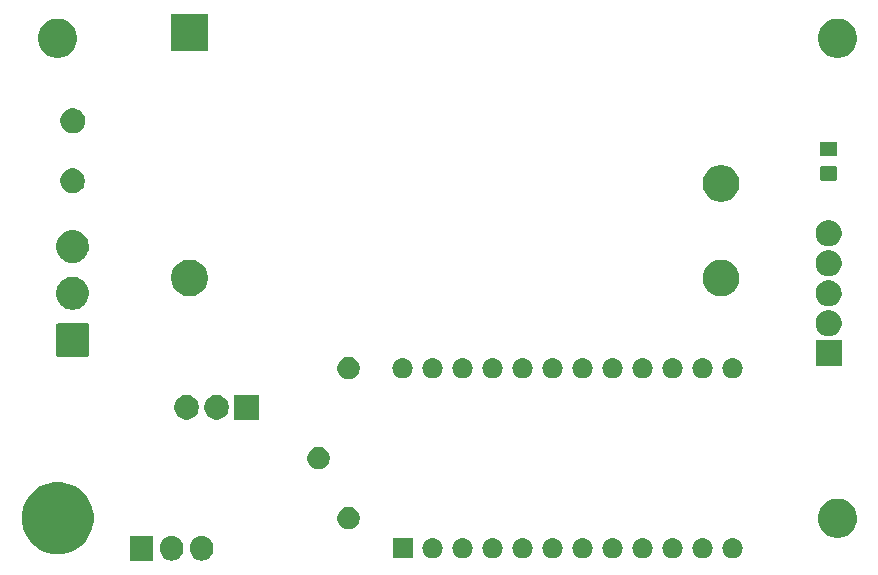
<source format=gbr>
G04 #@! TF.GenerationSoftware,KiCad,Pcbnew,(5.0.2)-1*
G04 #@! TF.CreationDate,2019-02-12T20:31:54-06:00*
G04 #@! TF.ProjectId,Nixie-PSU,4e697869-652d-4505-9355-2e6b69636164,rev?*
G04 #@! TF.SameCoordinates,Original*
G04 #@! TF.FileFunction,Soldermask,Top*
G04 #@! TF.FilePolarity,Negative*
%FSLAX46Y46*%
G04 Gerber Fmt 4.6, Leading zero omitted, Abs format (unit mm)*
G04 Created by KiCad (PCBNEW (5.0.2)-1) date 2/12/2019 8:31:54 PM*
%MOMM*%
%LPD*%
G01*
G04 APERTURE LIST*
%ADD10C,0.100000*%
G04 APERTURE END LIST*
D10*
G36*
X103828719Y-98023520D02*
X104017880Y-98080901D01*
X104192212Y-98174083D01*
X104345015Y-98299485D01*
X104470417Y-98452288D01*
X104563599Y-98626619D01*
X104620980Y-98815780D01*
X104635500Y-98963206D01*
X104635500Y-99156793D01*
X104620980Y-99304219D01*
X104563599Y-99493380D01*
X104470417Y-99667712D01*
X104345015Y-99820515D01*
X104192212Y-99945917D01*
X104017881Y-100039099D01*
X103828720Y-100096480D01*
X103632000Y-100115855D01*
X103435281Y-100096480D01*
X103246120Y-100039099D01*
X103071788Y-99945917D01*
X102918985Y-99820515D01*
X102793583Y-99667712D01*
X102700401Y-99493381D01*
X102643020Y-99304220D01*
X102628500Y-99156794D01*
X102628500Y-98963207D01*
X102643020Y-98815781D01*
X102700401Y-98626620D01*
X102793583Y-98452288D01*
X102918985Y-98299485D01*
X103071788Y-98174083D01*
X103246119Y-98080901D01*
X103435280Y-98023520D01*
X103632000Y-98004145D01*
X103828719Y-98023520D01*
X103828719Y-98023520D01*
G37*
G36*
X106368719Y-98023520D02*
X106557880Y-98080901D01*
X106732212Y-98174083D01*
X106885015Y-98299485D01*
X107010417Y-98452288D01*
X107103599Y-98626619D01*
X107160980Y-98815780D01*
X107175500Y-98963206D01*
X107175500Y-99156793D01*
X107160980Y-99304219D01*
X107103599Y-99493380D01*
X107010417Y-99667712D01*
X106885015Y-99820515D01*
X106732212Y-99945917D01*
X106557881Y-100039099D01*
X106368720Y-100096480D01*
X106172000Y-100115855D01*
X105975281Y-100096480D01*
X105786120Y-100039099D01*
X105611788Y-99945917D01*
X105458985Y-99820515D01*
X105333583Y-99667712D01*
X105240401Y-99493381D01*
X105183020Y-99304220D01*
X105168500Y-99156794D01*
X105168500Y-98963207D01*
X105183020Y-98815781D01*
X105240401Y-98626620D01*
X105333583Y-98452288D01*
X105458985Y-98299485D01*
X105611788Y-98174083D01*
X105786119Y-98080901D01*
X105975280Y-98023520D01*
X106172000Y-98004145D01*
X106368719Y-98023520D01*
X106368719Y-98023520D01*
G37*
G36*
X102095500Y-100111000D02*
X100088500Y-100111000D01*
X100088500Y-98009000D01*
X102095500Y-98009000D01*
X102095500Y-100111000D01*
X102095500Y-100111000D01*
G37*
G36*
X143676821Y-98221313D02*
X143676824Y-98221314D01*
X143676825Y-98221314D01*
X143837239Y-98269975D01*
X143837241Y-98269976D01*
X143837244Y-98269977D01*
X143985078Y-98348995D01*
X144114659Y-98455341D01*
X144221005Y-98584922D01*
X144300023Y-98732756D01*
X144300024Y-98732759D01*
X144300025Y-98732761D01*
X144347682Y-98889866D01*
X144348687Y-98893179D01*
X144365117Y-99060000D01*
X144348687Y-99226821D01*
X144348686Y-99226824D01*
X144348686Y-99226825D01*
X144325209Y-99304220D01*
X144300023Y-99387244D01*
X144221005Y-99535078D01*
X144114659Y-99664659D01*
X143985078Y-99771005D01*
X143837244Y-99850023D01*
X143837241Y-99850024D01*
X143837239Y-99850025D01*
X143676825Y-99898686D01*
X143676824Y-99898686D01*
X143676821Y-99898687D01*
X143551804Y-99911000D01*
X143468196Y-99911000D01*
X143343179Y-99898687D01*
X143343176Y-99898686D01*
X143343175Y-99898686D01*
X143182761Y-99850025D01*
X143182759Y-99850024D01*
X143182756Y-99850023D01*
X143034922Y-99771005D01*
X142905341Y-99664659D01*
X142798995Y-99535078D01*
X142719977Y-99387244D01*
X142694792Y-99304220D01*
X142671314Y-99226825D01*
X142671314Y-99226824D01*
X142671313Y-99226821D01*
X142654883Y-99060000D01*
X142671313Y-98893179D01*
X142672318Y-98889866D01*
X142719975Y-98732761D01*
X142719976Y-98732759D01*
X142719977Y-98732756D01*
X142798995Y-98584922D01*
X142905341Y-98455341D01*
X143034922Y-98348995D01*
X143182756Y-98269977D01*
X143182759Y-98269976D01*
X143182761Y-98269975D01*
X143343175Y-98221314D01*
X143343176Y-98221314D01*
X143343179Y-98221313D01*
X143468196Y-98209000D01*
X143551804Y-98209000D01*
X143676821Y-98221313D01*
X143676821Y-98221313D01*
G37*
G36*
X141136821Y-98221313D02*
X141136824Y-98221314D01*
X141136825Y-98221314D01*
X141297239Y-98269975D01*
X141297241Y-98269976D01*
X141297244Y-98269977D01*
X141445078Y-98348995D01*
X141574659Y-98455341D01*
X141681005Y-98584922D01*
X141760023Y-98732756D01*
X141760024Y-98732759D01*
X141760025Y-98732761D01*
X141807682Y-98889866D01*
X141808687Y-98893179D01*
X141825117Y-99060000D01*
X141808687Y-99226821D01*
X141808686Y-99226824D01*
X141808686Y-99226825D01*
X141785209Y-99304220D01*
X141760023Y-99387244D01*
X141681005Y-99535078D01*
X141574659Y-99664659D01*
X141445078Y-99771005D01*
X141297244Y-99850023D01*
X141297241Y-99850024D01*
X141297239Y-99850025D01*
X141136825Y-99898686D01*
X141136824Y-99898686D01*
X141136821Y-99898687D01*
X141011804Y-99911000D01*
X140928196Y-99911000D01*
X140803179Y-99898687D01*
X140803176Y-99898686D01*
X140803175Y-99898686D01*
X140642761Y-99850025D01*
X140642759Y-99850024D01*
X140642756Y-99850023D01*
X140494922Y-99771005D01*
X140365341Y-99664659D01*
X140258995Y-99535078D01*
X140179977Y-99387244D01*
X140154792Y-99304220D01*
X140131314Y-99226825D01*
X140131314Y-99226824D01*
X140131313Y-99226821D01*
X140114883Y-99060000D01*
X140131313Y-98893179D01*
X140132318Y-98889866D01*
X140179975Y-98732761D01*
X140179976Y-98732759D01*
X140179977Y-98732756D01*
X140258995Y-98584922D01*
X140365341Y-98455341D01*
X140494922Y-98348995D01*
X140642756Y-98269977D01*
X140642759Y-98269976D01*
X140642761Y-98269975D01*
X140803175Y-98221314D01*
X140803176Y-98221314D01*
X140803179Y-98221313D01*
X140928196Y-98209000D01*
X141011804Y-98209000D01*
X141136821Y-98221313D01*
X141136821Y-98221313D01*
G37*
G36*
X138596821Y-98221313D02*
X138596824Y-98221314D01*
X138596825Y-98221314D01*
X138757239Y-98269975D01*
X138757241Y-98269976D01*
X138757244Y-98269977D01*
X138905078Y-98348995D01*
X139034659Y-98455341D01*
X139141005Y-98584922D01*
X139220023Y-98732756D01*
X139220024Y-98732759D01*
X139220025Y-98732761D01*
X139267682Y-98889866D01*
X139268687Y-98893179D01*
X139285117Y-99060000D01*
X139268687Y-99226821D01*
X139268686Y-99226824D01*
X139268686Y-99226825D01*
X139245209Y-99304220D01*
X139220023Y-99387244D01*
X139141005Y-99535078D01*
X139034659Y-99664659D01*
X138905078Y-99771005D01*
X138757244Y-99850023D01*
X138757241Y-99850024D01*
X138757239Y-99850025D01*
X138596825Y-99898686D01*
X138596824Y-99898686D01*
X138596821Y-99898687D01*
X138471804Y-99911000D01*
X138388196Y-99911000D01*
X138263179Y-99898687D01*
X138263176Y-99898686D01*
X138263175Y-99898686D01*
X138102761Y-99850025D01*
X138102759Y-99850024D01*
X138102756Y-99850023D01*
X137954922Y-99771005D01*
X137825341Y-99664659D01*
X137718995Y-99535078D01*
X137639977Y-99387244D01*
X137614792Y-99304220D01*
X137591314Y-99226825D01*
X137591314Y-99226824D01*
X137591313Y-99226821D01*
X137574883Y-99060000D01*
X137591313Y-98893179D01*
X137592318Y-98889866D01*
X137639975Y-98732761D01*
X137639976Y-98732759D01*
X137639977Y-98732756D01*
X137718995Y-98584922D01*
X137825341Y-98455341D01*
X137954922Y-98348995D01*
X138102756Y-98269977D01*
X138102759Y-98269976D01*
X138102761Y-98269975D01*
X138263175Y-98221314D01*
X138263176Y-98221314D01*
X138263179Y-98221313D01*
X138388196Y-98209000D01*
X138471804Y-98209000D01*
X138596821Y-98221313D01*
X138596821Y-98221313D01*
G37*
G36*
X136056821Y-98221313D02*
X136056824Y-98221314D01*
X136056825Y-98221314D01*
X136217239Y-98269975D01*
X136217241Y-98269976D01*
X136217244Y-98269977D01*
X136365078Y-98348995D01*
X136494659Y-98455341D01*
X136601005Y-98584922D01*
X136680023Y-98732756D01*
X136680024Y-98732759D01*
X136680025Y-98732761D01*
X136727682Y-98889866D01*
X136728687Y-98893179D01*
X136745117Y-99060000D01*
X136728687Y-99226821D01*
X136728686Y-99226824D01*
X136728686Y-99226825D01*
X136705209Y-99304220D01*
X136680023Y-99387244D01*
X136601005Y-99535078D01*
X136494659Y-99664659D01*
X136365078Y-99771005D01*
X136217244Y-99850023D01*
X136217241Y-99850024D01*
X136217239Y-99850025D01*
X136056825Y-99898686D01*
X136056824Y-99898686D01*
X136056821Y-99898687D01*
X135931804Y-99911000D01*
X135848196Y-99911000D01*
X135723179Y-99898687D01*
X135723176Y-99898686D01*
X135723175Y-99898686D01*
X135562761Y-99850025D01*
X135562759Y-99850024D01*
X135562756Y-99850023D01*
X135414922Y-99771005D01*
X135285341Y-99664659D01*
X135178995Y-99535078D01*
X135099977Y-99387244D01*
X135074792Y-99304220D01*
X135051314Y-99226825D01*
X135051314Y-99226824D01*
X135051313Y-99226821D01*
X135034883Y-99060000D01*
X135051313Y-98893179D01*
X135052318Y-98889866D01*
X135099975Y-98732761D01*
X135099976Y-98732759D01*
X135099977Y-98732756D01*
X135178995Y-98584922D01*
X135285341Y-98455341D01*
X135414922Y-98348995D01*
X135562756Y-98269977D01*
X135562759Y-98269976D01*
X135562761Y-98269975D01*
X135723175Y-98221314D01*
X135723176Y-98221314D01*
X135723179Y-98221313D01*
X135848196Y-98209000D01*
X135931804Y-98209000D01*
X136056821Y-98221313D01*
X136056821Y-98221313D01*
G37*
G36*
X146216821Y-98221313D02*
X146216824Y-98221314D01*
X146216825Y-98221314D01*
X146377239Y-98269975D01*
X146377241Y-98269976D01*
X146377244Y-98269977D01*
X146525078Y-98348995D01*
X146654659Y-98455341D01*
X146761005Y-98584922D01*
X146840023Y-98732756D01*
X146840024Y-98732759D01*
X146840025Y-98732761D01*
X146887682Y-98889866D01*
X146888687Y-98893179D01*
X146905117Y-99060000D01*
X146888687Y-99226821D01*
X146888686Y-99226824D01*
X146888686Y-99226825D01*
X146865209Y-99304220D01*
X146840023Y-99387244D01*
X146761005Y-99535078D01*
X146654659Y-99664659D01*
X146525078Y-99771005D01*
X146377244Y-99850023D01*
X146377241Y-99850024D01*
X146377239Y-99850025D01*
X146216825Y-99898686D01*
X146216824Y-99898686D01*
X146216821Y-99898687D01*
X146091804Y-99911000D01*
X146008196Y-99911000D01*
X145883179Y-99898687D01*
X145883176Y-99898686D01*
X145883175Y-99898686D01*
X145722761Y-99850025D01*
X145722759Y-99850024D01*
X145722756Y-99850023D01*
X145574922Y-99771005D01*
X145445341Y-99664659D01*
X145338995Y-99535078D01*
X145259977Y-99387244D01*
X145234792Y-99304220D01*
X145211314Y-99226825D01*
X145211314Y-99226824D01*
X145211313Y-99226821D01*
X145194883Y-99060000D01*
X145211313Y-98893179D01*
X145212318Y-98889866D01*
X145259975Y-98732761D01*
X145259976Y-98732759D01*
X145259977Y-98732756D01*
X145338995Y-98584922D01*
X145445341Y-98455341D01*
X145574922Y-98348995D01*
X145722756Y-98269977D01*
X145722759Y-98269976D01*
X145722761Y-98269975D01*
X145883175Y-98221314D01*
X145883176Y-98221314D01*
X145883179Y-98221313D01*
X146008196Y-98209000D01*
X146091804Y-98209000D01*
X146216821Y-98221313D01*
X146216821Y-98221313D01*
G37*
G36*
X130976821Y-98221313D02*
X130976824Y-98221314D01*
X130976825Y-98221314D01*
X131137239Y-98269975D01*
X131137241Y-98269976D01*
X131137244Y-98269977D01*
X131285078Y-98348995D01*
X131414659Y-98455341D01*
X131521005Y-98584922D01*
X131600023Y-98732756D01*
X131600024Y-98732759D01*
X131600025Y-98732761D01*
X131647682Y-98889866D01*
X131648687Y-98893179D01*
X131665117Y-99060000D01*
X131648687Y-99226821D01*
X131648686Y-99226824D01*
X131648686Y-99226825D01*
X131625209Y-99304220D01*
X131600023Y-99387244D01*
X131521005Y-99535078D01*
X131414659Y-99664659D01*
X131285078Y-99771005D01*
X131137244Y-99850023D01*
X131137241Y-99850024D01*
X131137239Y-99850025D01*
X130976825Y-99898686D01*
X130976824Y-99898686D01*
X130976821Y-99898687D01*
X130851804Y-99911000D01*
X130768196Y-99911000D01*
X130643179Y-99898687D01*
X130643176Y-99898686D01*
X130643175Y-99898686D01*
X130482761Y-99850025D01*
X130482759Y-99850024D01*
X130482756Y-99850023D01*
X130334922Y-99771005D01*
X130205341Y-99664659D01*
X130098995Y-99535078D01*
X130019977Y-99387244D01*
X129994792Y-99304220D01*
X129971314Y-99226825D01*
X129971314Y-99226824D01*
X129971313Y-99226821D01*
X129954883Y-99060000D01*
X129971313Y-98893179D01*
X129972318Y-98889866D01*
X130019975Y-98732761D01*
X130019976Y-98732759D01*
X130019977Y-98732756D01*
X130098995Y-98584922D01*
X130205341Y-98455341D01*
X130334922Y-98348995D01*
X130482756Y-98269977D01*
X130482759Y-98269976D01*
X130482761Y-98269975D01*
X130643175Y-98221314D01*
X130643176Y-98221314D01*
X130643179Y-98221313D01*
X130768196Y-98209000D01*
X130851804Y-98209000D01*
X130976821Y-98221313D01*
X130976821Y-98221313D01*
G37*
G36*
X125896821Y-98221313D02*
X125896824Y-98221314D01*
X125896825Y-98221314D01*
X126057239Y-98269975D01*
X126057241Y-98269976D01*
X126057244Y-98269977D01*
X126205078Y-98348995D01*
X126334659Y-98455341D01*
X126441005Y-98584922D01*
X126520023Y-98732756D01*
X126520024Y-98732759D01*
X126520025Y-98732761D01*
X126567682Y-98889866D01*
X126568687Y-98893179D01*
X126585117Y-99060000D01*
X126568687Y-99226821D01*
X126568686Y-99226824D01*
X126568686Y-99226825D01*
X126545209Y-99304220D01*
X126520023Y-99387244D01*
X126441005Y-99535078D01*
X126334659Y-99664659D01*
X126205078Y-99771005D01*
X126057244Y-99850023D01*
X126057241Y-99850024D01*
X126057239Y-99850025D01*
X125896825Y-99898686D01*
X125896824Y-99898686D01*
X125896821Y-99898687D01*
X125771804Y-99911000D01*
X125688196Y-99911000D01*
X125563179Y-99898687D01*
X125563176Y-99898686D01*
X125563175Y-99898686D01*
X125402761Y-99850025D01*
X125402759Y-99850024D01*
X125402756Y-99850023D01*
X125254922Y-99771005D01*
X125125341Y-99664659D01*
X125018995Y-99535078D01*
X124939977Y-99387244D01*
X124914792Y-99304220D01*
X124891314Y-99226825D01*
X124891314Y-99226824D01*
X124891313Y-99226821D01*
X124874883Y-99060000D01*
X124891313Y-98893179D01*
X124892318Y-98889866D01*
X124939975Y-98732761D01*
X124939976Y-98732759D01*
X124939977Y-98732756D01*
X125018995Y-98584922D01*
X125125341Y-98455341D01*
X125254922Y-98348995D01*
X125402756Y-98269977D01*
X125402759Y-98269976D01*
X125402761Y-98269975D01*
X125563175Y-98221314D01*
X125563176Y-98221314D01*
X125563179Y-98221313D01*
X125688196Y-98209000D01*
X125771804Y-98209000D01*
X125896821Y-98221313D01*
X125896821Y-98221313D01*
G37*
G36*
X124041000Y-99911000D02*
X122339000Y-99911000D01*
X122339000Y-98209000D01*
X124041000Y-98209000D01*
X124041000Y-99911000D01*
X124041000Y-99911000D01*
G37*
G36*
X151296821Y-98221313D02*
X151296824Y-98221314D01*
X151296825Y-98221314D01*
X151457239Y-98269975D01*
X151457241Y-98269976D01*
X151457244Y-98269977D01*
X151605078Y-98348995D01*
X151734659Y-98455341D01*
X151841005Y-98584922D01*
X151920023Y-98732756D01*
X151920024Y-98732759D01*
X151920025Y-98732761D01*
X151967682Y-98889866D01*
X151968687Y-98893179D01*
X151985117Y-99060000D01*
X151968687Y-99226821D01*
X151968686Y-99226824D01*
X151968686Y-99226825D01*
X151945209Y-99304220D01*
X151920023Y-99387244D01*
X151841005Y-99535078D01*
X151734659Y-99664659D01*
X151605078Y-99771005D01*
X151457244Y-99850023D01*
X151457241Y-99850024D01*
X151457239Y-99850025D01*
X151296825Y-99898686D01*
X151296824Y-99898686D01*
X151296821Y-99898687D01*
X151171804Y-99911000D01*
X151088196Y-99911000D01*
X150963179Y-99898687D01*
X150963176Y-99898686D01*
X150963175Y-99898686D01*
X150802761Y-99850025D01*
X150802759Y-99850024D01*
X150802756Y-99850023D01*
X150654922Y-99771005D01*
X150525341Y-99664659D01*
X150418995Y-99535078D01*
X150339977Y-99387244D01*
X150314792Y-99304220D01*
X150291314Y-99226825D01*
X150291314Y-99226824D01*
X150291313Y-99226821D01*
X150274883Y-99060000D01*
X150291313Y-98893179D01*
X150292318Y-98889866D01*
X150339975Y-98732761D01*
X150339976Y-98732759D01*
X150339977Y-98732756D01*
X150418995Y-98584922D01*
X150525341Y-98455341D01*
X150654922Y-98348995D01*
X150802756Y-98269977D01*
X150802759Y-98269976D01*
X150802761Y-98269975D01*
X150963175Y-98221314D01*
X150963176Y-98221314D01*
X150963179Y-98221313D01*
X151088196Y-98209000D01*
X151171804Y-98209000D01*
X151296821Y-98221313D01*
X151296821Y-98221313D01*
G37*
G36*
X148756821Y-98221313D02*
X148756824Y-98221314D01*
X148756825Y-98221314D01*
X148917239Y-98269975D01*
X148917241Y-98269976D01*
X148917244Y-98269977D01*
X149065078Y-98348995D01*
X149194659Y-98455341D01*
X149301005Y-98584922D01*
X149380023Y-98732756D01*
X149380024Y-98732759D01*
X149380025Y-98732761D01*
X149427682Y-98889866D01*
X149428687Y-98893179D01*
X149445117Y-99060000D01*
X149428687Y-99226821D01*
X149428686Y-99226824D01*
X149428686Y-99226825D01*
X149405209Y-99304220D01*
X149380023Y-99387244D01*
X149301005Y-99535078D01*
X149194659Y-99664659D01*
X149065078Y-99771005D01*
X148917244Y-99850023D01*
X148917241Y-99850024D01*
X148917239Y-99850025D01*
X148756825Y-99898686D01*
X148756824Y-99898686D01*
X148756821Y-99898687D01*
X148631804Y-99911000D01*
X148548196Y-99911000D01*
X148423179Y-99898687D01*
X148423176Y-99898686D01*
X148423175Y-99898686D01*
X148262761Y-99850025D01*
X148262759Y-99850024D01*
X148262756Y-99850023D01*
X148114922Y-99771005D01*
X147985341Y-99664659D01*
X147878995Y-99535078D01*
X147799977Y-99387244D01*
X147774792Y-99304220D01*
X147751314Y-99226825D01*
X147751314Y-99226824D01*
X147751313Y-99226821D01*
X147734883Y-99060000D01*
X147751313Y-98893179D01*
X147752318Y-98889866D01*
X147799975Y-98732761D01*
X147799976Y-98732759D01*
X147799977Y-98732756D01*
X147878995Y-98584922D01*
X147985341Y-98455341D01*
X148114922Y-98348995D01*
X148262756Y-98269977D01*
X148262759Y-98269976D01*
X148262761Y-98269975D01*
X148423175Y-98221314D01*
X148423176Y-98221314D01*
X148423179Y-98221313D01*
X148548196Y-98209000D01*
X148631804Y-98209000D01*
X148756821Y-98221313D01*
X148756821Y-98221313D01*
G37*
G36*
X133516821Y-98221313D02*
X133516824Y-98221314D01*
X133516825Y-98221314D01*
X133677239Y-98269975D01*
X133677241Y-98269976D01*
X133677244Y-98269977D01*
X133825078Y-98348995D01*
X133954659Y-98455341D01*
X134061005Y-98584922D01*
X134140023Y-98732756D01*
X134140024Y-98732759D01*
X134140025Y-98732761D01*
X134187682Y-98889866D01*
X134188687Y-98893179D01*
X134205117Y-99060000D01*
X134188687Y-99226821D01*
X134188686Y-99226824D01*
X134188686Y-99226825D01*
X134165209Y-99304220D01*
X134140023Y-99387244D01*
X134061005Y-99535078D01*
X133954659Y-99664659D01*
X133825078Y-99771005D01*
X133677244Y-99850023D01*
X133677241Y-99850024D01*
X133677239Y-99850025D01*
X133516825Y-99898686D01*
X133516824Y-99898686D01*
X133516821Y-99898687D01*
X133391804Y-99911000D01*
X133308196Y-99911000D01*
X133183179Y-99898687D01*
X133183176Y-99898686D01*
X133183175Y-99898686D01*
X133022761Y-99850025D01*
X133022759Y-99850024D01*
X133022756Y-99850023D01*
X132874922Y-99771005D01*
X132745341Y-99664659D01*
X132638995Y-99535078D01*
X132559977Y-99387244D01*
X132534792Y-99304220D01*
X132511314Y-99226825D01*
X132511314Y-99226824D01*
X132511313Y-99226821D01*
X132494883Y-99060000D01*
X132511313Y-98893179D01*
X132512318Y-98889866D01*
X132559975Y-98732761D01*
X132559976Y-98732759D01*
X132559977Y-98732756D01*
X132638995Y-98584922D01*
X132745341Y-98455341D01*
X132874922Y-98348995D01*
X133022756Y-98269977D01*
X133022759Y-98269976D01*
X133022761Y-98269975D01*
X133183175Y-98221314D01*
X133183176Y-98221314D01*
X133183179Y-98221313D01*
X133308196Y-98209000D01*
X133391804Y-98209000D01*
X133516821Y-98221313D01*
X133516821Y-98221313D01*
G37*
G36*
X128436821Y-98221313D02*
X128436824Y-98221314D01*
X128436825Y-98221314D01*
X128597239Y-98269975D01*
X128597241Y-98269976D01*
X128597244Y-98269977D01*
X128745078Y-98348995D01*
X128874659Y-98455341D01*
X128981005Y-98584922D01*
X129060023Y-98732756D01*
X129060024Y-98732759D01*
X129060025Y-98732761D01*
X129107682Y-98889866D01*
X129108687Y-98893179D01*
X129125117Y-99060000D01*
X129108687Y-99226821D01*
X129108686Y-99226824D01*
X129108686Y-99226825D01*
X129085209Y-99304220D01*
X129060023Y-99387244D01*
X128981005Y-99535078D01*
X128874659Y-99664659D01*
X128745078Y-99771005D01*
X128597244Y-99850023D01*
X128597241Y-99850024D01*
X128597239Y-99850025D01*
X128436825Y-99898686D01*
X128436824Y-99898686D01*
X128436821Y-99898687D01*
X128311804Y-99911000D01*
X128228196Y-99911000D01*
X128103179Y-99898687D01*
X128103176Y-99898686D01*
X128103175Y-99898686D01*
X127942761Y-99850025D01*
X127942759Y-99850024D01*
X127942756Y-99850023D01*
X127794922Y-99771005D01*
X127665341Y-99664659D01*
X127558995Y-99535078D01*
X127479977Y-99387244D01*
X127454792Y-99304220D01*
X127431314Y-99226825D01*
X127431314Y-99226824D01*
X127431313Y-99226821D01*
X127414883Y-99060000D01*
X127431313Y-98893179D01*
X127432318Y-98889866D01*
X127479975Y-98732761D01*
X127479976Y-98732759D01*
X127479977Y-98732756D01*
X127558995Y-98584922D01*
X127665341Y-98455341D01*
X127794922Y-98348995D01*
X127942756Y-98269977D01*
X127942759Y-98269976D01*
X127942761Y-98269975D01*
X128103175Y-98221314D01*
X128103176Y-98221314D01*
X128103179Y-98221313D01*
X128228196Y-98209000D01*
X128311804Y-98209000D01*
X128436821Y-98221313D01*
X128436821Y-98221313D01*
G37*
G36*
X94869941Y-93586248D02*
X94869943Y-93586249D01*
X94869944Y-93586249D01*
X95425190Y-93816239D01*
X95425191Y-93816240D01*
X95924902Y-94150136D01*
X96349864Y-94575098D01*
X96349866Y-94575101D01*
X96683761Y-95074810D01*
X96903599Y-95605547D01*
X96913752Y-95630059D01*
X97031000Y-96219501D01*
X97031000Y-96820499D01*
X96923136Y-97362766D01*
X96913751Y-97409944D01*
X96683761Y-97965190D01*
X96683760Y-97965191D01*
X96349864Y-98464902D01*
X95924902Y-98889864D01*
X95924899Y-98889866D01*
X95425190Y-99223761D01*
X94869944Y-99453751D01*
X94869943Y-99453751D01*
X94869941Y-99453752D01*
X94280499Y-99571000D01*
X93679501Y-99571000D01*
X93090059Y-99453752D01*
X93090057Y-99453751D01*
X93090056Y-99453751D01*
X92534810Y-99223761D01*
X92035101Y-98889866D01*
X92035098Y-98889864D01*
X91610136Y-98464902D01*
X91276240Y-97965191D01*
X91276239Y-97965190D01*
X91046249Y-97409944D01*
X91036865Y-97362766D01*
X90929000Y-96820499D01*
X90929000Y-96219501D01*
X91046248Y-95630059D01*
X91056401Y-95605547D01*
X91276239Y-95074810D01*
X91610134Y-94575101D01*
X91610136Y-94575098D01*
X92035098Y-94150136D01*
X92534809Y-93816240D01*
X92534810Y-93816239D01*
X93090056Y-93586249D01*
X93090057Y-93586249D01*
X93090059Y-93586248D01*
X93679501Y-93469000D01*
X94280499Y-93469000D01*
X94869941Y-93586248D01*
X94869941Y-93586248D01*
G37*
G36*
X160395256Y-94911298D02*
X160501579Y-94932447D01*
X160802042Y-95056903D01*
X161068852Y-95235180D01*
X161072454Y-95237587D01*
X161302413Y-95467546D01*
X161302415Y-95467549D01*
X161483097Y-95737958D01*
X161607553Y-96038421D01*
X161613742Y-96069534D01*
X161671000Y-96357389D01*
X161671000Y-96682611D01*
X161643572Y-96820499D01*
X161607553Y-97001579D01*
X161483097Y-97302042D01*
X161304820Y-97568852D01*
X161302413Y-97572454D01*
X161072454Y-97802413D01*
X161072451Y-97802415D01*
X160802042Y-97983097D01*
X160501579Y-98107553D01*
X160395256Y-98128702D01*
X160182611Y-98171000D01*
X159857389Y-98171000D01*
X159644744Y-98128702D01*
X159538421Y-98107553D01*
X159237958Y-97983097D01*
X158967549Y-97802415D01*
X158967546Y-97802413D01*
X158737587Y-97572454D01*
X158735180Y-97568852D01*
X158556903Y-97302042D01*
X158432447Y-97001579D01*
X158396428Y-96820499D01*
X158369000Y-96682611D01*
X158369000Y-96357389D01*
X158426258Y-96069534D01*
X158432447Y-96038421D01*
X158556903Y-95737958D01*
X158737585Y-95467549D01*
X158737587Y-95467546D01*
X158967546Y-95237587D01*
X158971148Y-95235180D01*
X159237958Y-95056903D01*
X159538421Y-94932447D01*
X159644744Y-94911298D01*
X159857389Y-94869000D01*
X160182611Y-94869000D01*
X160395256Y-94911298D01*
X160395256Y-94911298D01*
G37*
G36*
X118895396Y-95605546D02*
X119068466Y-95677234D01*
X119224230Y-95781312D01*
X119356688Y-95913770D01*
X119460766Y-96069534D01*
X119532454Y-96242604D01*
X119569000Y-96426333D01*
X119569000Y-96613667D01*
X119532454Y-96797396D01*
X119460766Y-96970466D01*
X119356688Y-97126230D01*
X119224230Y-97258688D01*
X119068466Y-97362766D01*
X118895396Y-97434454D01*
X118711667Y-97471000D01*
X118524333Y-97471000D01*
X118340604Y-97434454D01*
X118167534Y-97362766D01*
X118011770Y-97258688D01*
X117879312Y-97126230D01*
X117775234Y-96970466D01*
X117703546Y-96797396D01*
X117667000Y-96613667D01*
X117667000Y-96426333D01*
X117703546Y-96242604D01*
X117775234Y-96069534D01*
X117879312Y-95913770D01*
X118011770Y-95781312D01*
X118167534Y-95677234D01*
X118340604Y-95605546D01*
X118524333Y-95569000D01*
X118711667Y-95569000D01*
X118895396Y-95605546D01*
X118895396Y-95605546D01*
G37*
G36*
X116355396Y-90525546D02*
X116528466Y-90597234D01*
X116684230Y-90701312D01*
X116816688Y-90833770D01*
X116920766Y-90989534D01*
X116992454Y-91162604D01*
X117029000Y-91346333D01*
X117029000Y-91533667D01*
X116992454Y-91717396D01*
X116920766Y-91890466D01*
X116816688Y-92046230D01*
X116684230Y-92178688D01*
X116528466Y-92282766D01*
X116355396Y-92354454D01*
X116171667Y-92391000D01*
X115984333Y-92391000D01*
X115800604Y-92354454D01*
X115627534Y-92282766D01*
X115471770Y-92178688D01*
X115339312Y-92046230D01*
X115235234Y-91890466D01*
X115163546Y-91717396D01*
X115127000Y-91533667D01*
X115127000Y-91346333D01*
X115163546Y-91162604D01*
X115235234Y-90989534D01*
X115339312Y-90833770D01*
X115471770Y-90701312D01*
X115627534Y-90597234D01*
X115800604Y-90525546D01*
X115984333Y-90489000D01*
X116171667Y-90489000D01*
X116355396Y-90525546D01*
X116355396Y-90525546D01*
G37*
G36*
X111033000Y-88173000D02*
X108931000Y-88173000D01*
X108931000Y-86071000D01*
X111033000Y-86071000D01*
X111033000Y-88173000D01*
X111033000Y-88173000D01*
G37*
G36*
X107748565Y-86111389D02*
X107939834Y-86190615D01*
X108111976Y-86305637D01*
X108258363Y-86452024D01*
X108373385Y-86624166D01*
X108452611Y-86815435D01*
X108493000Y-87018484D01*
X108493000Y-87225516D01*
X108452611Y-87428565D01*
X108373385Y-87619834D01*
X108258363Y-87791976D01*
X108111976Y-87938363D01*
X107939834Y-88053385D01*
X107748565Y-88132611D01*
X107545516Y-88173000D01*
X107338484Y-88173000D01*
X107135435Y-88132611D01*
X106944166Y-88053385D01*
X106772024Y-87938363D01*
X106625637Y-87791976D01*
X106510615Y-87619834D01*
X106431389Y-87428565D01*
X106391000Y-87225516D01*
X106391000Y-87018484D01*
X106431389Y-86815435D01*
X106510615Y-86624166D01*
X106625637Y-86452024D01*
X106772024Y-86305637D01*
X106944166Y-86190615D01*
X107135435Y-86111389D01*
X107338484Y-86071000D01*
X107545516Y-86071000D01*
X107748565Y-86111389D01*
X107748565Y-86111389D01*
G37*
G36*
X105208565Y-86111389D02*
X105399834Y-86190615D01*
X105571976Y-86305637D01*
X105718363Y-86452024D01*
X105833385Y-86624166D01*
X105912611Y-86815435D01*
X105953000Y-87018484D01*
X105953000Y-87225516D01*
X105912611Y-87428565D01*
X105833385Y-87619834D01*
X105718363Y-87791976D01*
X105571976Y-87938363D01*
X105399834Y-88053385D01*
X105208565Y-88132611D01*
X105005516Y-88173000D01*
X104798484Y-88173000D01*
X104595435Y-88132611D01*
X104404166Y-88053385D01*
X104232024Y-87938363D01*
X104085637Y-87791976D01*
X103970615Y-87619834D01*
X103891389Y-87428565D01*
X103851000Y-87225516D01*
X103851000Y-87018484D01*
X103891389Y-86815435D01*
X103970615Y-86624166D01*
X104085637Y-86452024D01*
X104232024Y-86305637D01*
X104404166Y-86190615D01*
X104595435Y-86111389D01*
X104798484Y-86071000D01*
X105005516Y-86071000D01*
X105208565Y-86111389D01*
X105208565Y-86111389D01*
G37*
G36*
X118895396Y-82905546D02*
X119068466Y-82977234D01*
X119224230Y-83081312D01*
X119356688Y-83213770D01*
X119460766Y-83369534D01*
X119532454Y-83542604D01*
X119569000Y-83726333D01*
X119569000Y-83913667D01*
X119532454Y-84097396D01*
X119460766Y-84270466D01*
X119356688Y-84426230D01*
X119224230Y-84558688D01*
X119068466Y-84662766D01*
X118895396Y-84734454D01*
X118711667Y-84771000D01*
X118524333Y-84771000D01*
X118340604Y-84734454D01*
X118167534Y-84662766D01*
X118011770Y-84558688D01*
X117879312Y-84426230D01*
X117775234Y-84270466D01*
X117703546Y-84097396D01*
X117667000Y-83913667D01*
X117667000Y-83726333D01*
X117703546Y-83542604D01*
X117775234Y-83369534D01*
X117879312Y-83213770D01*
X118011770Y-83081312D01*
X118167534Y-82977234D01*
X118340604Y-82905546D01*
X118524333Y-82869000D01*
X118711667Y-82869000D01*
X118895396Y-82905546D01*
X118895396Y-82905546D01*
G37*
G36*
X125896821Y-82981313D02*
X125896824Y-82981314D01*
X125896825Y-82981314D01*
X126057239Y-83029975D01*
X126057241Y-83029976D01*
X126057244Y-83029977D01*
X126205078Y-83108995D01*
X126334659Y-83215341D01*
X126441005Y-83344922D01*
X126520023Y-83492756D01*
X126520024Y-83492759D01*
X126520025Y-83492761D01*
X126568026Y-83651000D01*
X126568687Y-83653179D01*
X126585117Y-83820000D01*
X126568687Y-83986821D01*
X126568686Y-83986824D01*
X126568686Y-83986825D01*
X126535145Y-84097396D01*
X126520023Y-84147244D01*
X126441005Y-84295078D01*
X126334659Y-84424659D01*
X126205078Y-84531005D01*
X126057244Y-84610023D01*
X126057241Y-84610024D01*
X126057239Y-84610025D01*
X125896825Y-84658686D01*
X125896824Y-84658686D01*
X125896821Y-84658687D01*
X125771804Y-84671000D01*
X125688196Y-84671000D01*
X125563179Y-84658687D01*
X125563176Y-84658686D01*
X125563175Y-84658686D01*
X125402761Y-84610025D01*
X125402759Y-84610024D01*
X125402756Y-84610023D01*
X125254922Y-84531005D01*
X125125341Y-84424659D01*
X125018995Y-84295078D01*
X124939977Y-84147244D01*
X124924856Y-84097396D01*
X124891314Y-83986825D01*
X124891314Y-83986824D01*
X124891313Y-83986821D01*
X124874883Y-83820000D01*
X124891313Y-83653179D01*
X124891974Y-83651000D01*
X124939975Y-83492761D01*
X124939976Y-83492759D01*
X124939977Y-83492756D01*
X125018995Y-83344922D01*
X125125341Y-83215341D01*
X125254922Y-83108995D01*
X125402756Y-83029977D01*
X125402759Y-83029976D01*
X125402761Y-83029975D01*
X125563175Y-82981314D01*
X125563176Y-82981314D01*
X125563179Y-82981313D01*
X125688196Y-82969000D01*
X125771804Y-82969000D01*
X125896821Y-82981313D01*
X125896821Y-82981313D01*
G37*
G36*
X151296821Y-82981313D02*
X151296824Y-82981314D01*
X151296825Y-82981314D01*
X151457239Y-83029975D01*
X151457241Y-83029976D01*
X151457244Y-83029977D01*
X151605078Y-83108995D01*
X151734659Y-83215341D01*
X151841005Y-83344922D01*
X151920023Y-83492756D01*
X151920024Y-83492759D01*
X151920025Y-83492761D01*
X151968026Y-83651000D01*
X151968687Y-83653179D01*
X151985117Y-83820000D01*
X151968687Y-83986821D01*
X151968686Y-83986824D01*
X151968686Y-83986825D01*
X151935145Y-84097396D01*
X151920023Y-84147244D01*
X151841005Y-84295078D01*
X151734659Y-84424659D01*
X151605078Y-84531005D01*
X151457244Y-84610023D01*
X151457241Y-84610024D01*
X151457239Y-84610025D01*
X151296825Y-84658686D01*
X151296824Y-84658686D01*
X151296821Y-84658687D01*
X151171804Y-84671000D01*
X151088196Y-84671000D01*
X150963179Y-84658687D01*
X150963176Y-84658686D01*
X150963175Y-84658686D01*
X150802761Y-84610025D01*
X150802759Y-84610024D01*
X150802756Y-84610023D01*
X150654922Y-84531005D01*
X150525341Y-84424659D01*
X150418995Y-84295078D01*
X150339977Y-84147244D01*
X150324856Y-84097396D01*
X150291314Y-83986825D01*
X150291314Y-83986824D01*
X150291313Y-83986821D01*
X150274883Y-83820000D01*
X150291313Y-83653179D01*
X150291974Y-83651000D01*
X150339975Y-83492761D01*
X150339976Y-83492759D01*
X150339977Y-83492756D01*
X150418995Y-83344922D01*
X150525341Y-83215341D01*
X150654922Y-83108995D01*
X150802756Y-83029977D01*
X150802759Y-83029976D01*
X150802761Y-83029975D01*
X150963175Y-82981314D01*
X150963176Y-82981314D01*
X150963179Y-82981313D01*
X151088196Y-82969000D01*
X151171804Y-82969000D01*
X151296821Y-82981313D01*
X151296821Y-82981313D01*
G37*
G36*
X128436821Y-82981313D02*
X128436824Y-82981314D01*
X128436825Y-82981314D01*
X128597239Y-83029975D01*
X128597241Y-83029976D01*
X128597244Y-83029977D01*
X128745078Y-83108995D01*
X128874659Y-83215341D01*
X128981005Y-83344922D01*
X129060023Y-83492756D01*
X129060024Y-83492759D01*
X129060025Y-83492761D01*
X129108026Y-83651000D01*
X129108687Y-83653179D01*
X129125117Y-83820000D01*
X129108687Y-83986821D01*
X129108686Y-83986824D01*
X129108686Y-83986825D01*
X129075145Y-84097396D01*
X129060023Y-84147244D01*
X128981005Y-84295078D01*
X128874659Y-84424659D01*
X128745078Y-84531005D01*
X128597244Y-84610023D01*
X128597241Y-84610024D01*
X128597239Y-84610025D01*
X128436825Y-84658686D01*
X128436824Y-84658686D01*
X128436821Y-84658687D01*
X128311804Y-84671000D01*
X128228196Y-84671000D01*
X128103179Y-84658687D01*
X128103176Y-84658686D01*
X128103175Y-84658686D01*
X127942761Y-84610025D01*
X127942759Y-84610024D01*
X127942756Y-84610023D01*
X127794922Y-84531005D01*
X127665341Y-84424659D01*
X127558995Y-84295078D01*
X127479977Y-84147244D01*
X127464856Y-84097396D01*
X127431314Y-83986825D01*
X127431314Y-83986824D01*
X127431313Y-83986821D01*
X127414883Y-83820000D01*
X127431313Y-83653179D01*
X127431974Y-83651000D01*
X127479975Y-83492761D01*
X127479976Y-83492759D01*
X127479977Y-83492756D01*
X127558995Y-83344922D01*
X127665341Y-83215341D01*
X127794922Y-83108995D01*
X127942756Y-83029977D01*
X127942759Y-83029976D01*
X127942761Y-83029975D01*
X128103175Y-82981314D01*
X128103176Y-82981314D01*
X128103179Y-82981313D01*
X128228196Y-82969000D01*
X128311804Y-82969000D01*
X128436821Y-82981313D01*
X128436821Y-82981313D01*
G37*
G36*
X141136821Y-82981313D02*
X141136824Y-82981314D01*
X141136825Y-82981314D01*
X141297239Y-83029975D01*
X141297241Y-83029976D01*
X141297244Y-83029977D01*
X141445078Y-83108995D01*
X141574659Y-83215341D01*
X141681005Y-83344922D01*
X141760023Y-83492756D01*
X141760024Y-83492759D01*
X141760025Y-83492761D01*
X141808026Y-83651000D01*
X141808687Y-83653179D01*
X141825117Y-83820000D01*
X141808687Y-83986821D01*
X141808686Y-83986824D01*
X141808686Y-83986825D01*
X141775145Y-84097396D01*
X141760023Y-84147244D01*
X141681005Y-84295078D01*
X141574659Y-84424659D01*
X141445078Y-84531005D01*
X141297244Y-84610023D01*
X141297241Y-84610024D01*
X141297239Y-84610025D01*
X141136825Y-84658686D01*
X141136824Y-84658686D01*
X141136821Y-84658687D01*
X141011804Y-84671000D01*
X140928196Y-84671000D01*
X140803179Y-84658687D01*
X140803176Y-84658686D01*
X140803175Y-84658686D01*
X140642761Y-84610025D01*
X140642759Y-84610024D01*
X140642756Y-84610023D01*
X140494922Y-84531005D01*
X140365341Y-84424659D01*
X140258995Y-84295078D01*
X140179977Y-84147244D01*
X140164856Y-84097396D01*
X140131314Y-83986825D01*
X140131314Y-83986824D01*
X140131313Y-83986821D01*
X140114883Y-83820000D01*
X140131313Y-83653179D01*
X140131974Y-83651000D01*
X140179975Y-83492761D01*
X140179976Y-83492759D01*
X140179977Y-83492756D01*
X140258995Y-83344922D01*
X140365341Y-83215341D01*
X140494922Y-83108995D01*
X140642756Y-83029977D01*
X140642759Y-83029976D01*
X140642761Y-83029975D01*
X140803175Y-82981314D01*
X140803176Y-82981314D01*
X140803179Y-82981313D01*
X140928196Y-82969000D01*
X141011804Y-82969000D01*
X141136821Y-82981313D01*
X141136821Y-82981313D01*
G37*
G36*
X148756821Y-82981313D02*
X148756824Y-82981314D01*
X148756825Y-82981314D01*
X148917239Y-83029975D01*
X148917241Y-83029976D01*
X148917244Y-83029977D01*
X149065078Y-83108995D01*
X149194659Y-83215341D01*
X149301005Y-83344922D01*
X149380023Y-83492756D01*
X149380024Y-83492759D01*
X149380025Y-83492761D01*
X149428026Y-83651000D01*
X149428687Y-83653179D01*
X149445117Y-83820000D01*
X149428687Y-83986821D01*
X149428686Y-83986824D01*
X149428686Y-83986825D01*
X149395145Y-84097396D01*
X149380023Y-84147244D01*
X149301005Y-84295078D01*
X149194659Y-84424659D01*
X149065078Y-84531005D01*
X148917244Y-84610023D01*
X148917241Y-84610024D01*
X148917239Y-84610025D01*
X148756825Y-84658686D01*
X148756824Y-84658686D01*
X148756821Y-84658687D01*
X148631804Y-84671000D01*
X148548196Y-84671000D01*
X148423179Y-84658687D01*
X148423176Y-84658686D01*
X148423175Y-84658686D01*
X148262761Y-84610025D01*
X148262759Y-84610024D01*
X148262756Y-84610023D01*
X148114922Y-84531005D01*
X147985341Y-84424659D01*
X147878995Y-84295078D01*
X147799977Y-84147244D01*
X147784856Y-84097396D01*
X147751314Y-83986825D01*
X147751314Y-83986824D01*
X147751313Y-83986821D01*
X147734883Y-83820000D01*
X147751313Y-83653179D01*
X147751974Y-83651000D01*
X147799975Y-83492761D01*
X147799976Y-83492759D01*
X147799977Y-83492756D01*
X147878995Y-83344922D01*
X147985341Y-83215341D01*
X148114922Y-83108995D01*
X148262756Y-83029977D01*
X148262759Y-83029976D01*
X148262761Y-83029975D01*
X148423175Y-82981314D01*
X148423176Y-82981314D01*
X148423179Y-82981313D01*
X148548196Y-82969000D01*
X148631804Y-82969000D01*
X148756821Y-82981313D01*
X148756821Y-82981313D01*
G37*
G36*
X130976821Y-82981313D02*
X130976824Y-82981314D01*
X130976825Y-82981314D01*
X131137239Y-83029975D01*
X131137241Y-83029976D01*
X131137244Y-83029977D01*
X131285078Y-83108995D01*
X131414659Y-83215341D01*
X131521005Y-83344922D01*
X131600023Y-83492756D01*
X131600024Y-83492759D01*
X131600025Y-83492761D01*
X131648026Y-83651000D01*
X131648687Y-83653179D01*
X131665117Y-83820000D01*
X131648687Y-83986821D01*
X131648686Y-83986824D01*
X131648686Y-83986825D01*
X131615145Y-84097396D01*
X131600023Y-84147244D01*
X131521005Y-84295078D01*
X131414659Y-84424659D01*
X131285078Y-84531005D01*
X131137244Y-84610023D01*
X131137241Y-84610024D01*
X131137239Y-84610025D01*
X130976825Y-84658686D01*
X130976824Y-84658686D01*
X130976821Y-84658687D01*
X130851804Y-84671000D01*
X130768196Y-84671000D01*
X130643179Y-84658687D01*
X130643176Y-84658686D01*
X130643175Y-84658686D01*
X130482761Y-84610025D01*
X130482759Y-84610024D01*
X130482756Y-84610023D01*
X130334922Y-84531005D01*
X130205341Y-84424659D01*
X130098995Y-84295078D01*
X130019977Y-84147244D01*
X130004856Y-84097396D01*
X129971314Y-83986825D01*
X129971314Y-83986824D01*
X129971313Y-83986821D01*
X129954883Y-83820000D01*
X129971313Y-83653179D01*
X129971974Y-83651000D01*
X130019975Y-83492761D01*
X130019976Y-83492759D01*
X130019977Y-83492756D01*
X130098995Y-83344922D01*
X130205341Y-83215341D01*
X130334922Y-83108995D01*
X130482756Y-83029977D01*
X130482759Y-83029976D01*
X130482761Y-83029975D01*
X130643175Y-82981314D01*
X130643176Y-82981314D01*
X130643179Y-82981313D01*
X130768196Y-82969000D01*
X130851804Y-82969000D01*
X130976821Y-82981313D01*
X130976821Y-82981313D01*
G37*
G36*
X133516821Y-82981313D02*
X133516824Y-82981314D01*
X133516825Y-82981314D01*
X133677239Y-83029975D01*
X133677241Y-83029976D01*
X133677244Y-83029977D01*
X133825078Y-83108995D01*
X133954659Y-83215341D01*
X134061005Y-83344922D01*
X134140023Y-83492756D01*
X134140024Y-83492759D01*
X134140025Y-83492761D01*
X134188026Y-83651000D01*
X134188687Y-83653179D01*
X134205117Y-83820000D01*
X134188687Y-83986821D01*
X134188686Y-83986824D01*
X134188686Y-83986825D01*
X134155145Y-84097396D01*
X134140023Y-84147244D01*
X134061005Y-84295078D01*
X133954659Y-84424659D01*
X133825078Y-84531005D01*
X133677244Y-84610023D01*
X133677241Y-84610024D01*
X133677239Y-84610025D01*
X133516825Y-84658686D01*
X133516824Y-84658686D01*
X133516821Y-84658687D01*
X133391804Y-84671000D01*
X133308196Y-84671000D01*
X133183179Y-84658687D01*
X133183176Y-84658686D01*
X133183175Y-84658686D01*
X133022761Y-84610025D01*
X133022759Y-84610024D01*
X133022756Y-84610023D01*
X132874922Y-84531005D01*
X132745341Y-84424659D01*
X132638995Y-84295078D01*
X132559977Y-84147244D01*
X132544856Y-84097396D01*
X132511314Y-83986825D01*
X132511314Y-83986824D01*
X132511313Y-83986821D01*
X132494883Y-83820000D01*
X132511313Y-83653179D01*
X132511974Y-83651000D01*
X132559975Y-83492761D01*
X132559976Y-83492759D01*
X132559977Y-83492756D01*
X132638995Y-83344922D01*
X132745341Y-83215341D01*
X132874922Y-83108995D01*
X133022756Y-83029977D01*
X133022759Y-83029976D01*
X133022761Y-83029975D01*
X133183175Y-82981314D01*
X133183176Y-82981314D01*
X133183179Y-82981313D01*
X133308196Y-82969000D01*
X133391804Y-82969000D01*
X133516821Y-82981313D01*
X133516821Y-82981313D01*
G37*
G36*
X138596821Y-82981313D02*
X138596824Y-82981314D01*
X138596825Y-82981314D01*
X138757239Y-83029975D01*
X138757241Y-83029976D01*
X138757244Y-83029977D01*
X138905078Y-83108995D01*
X139034659Y-83215341D01*
X139141005Y-83344922D01*
X139220023Y-83492756D01*
X139220024Y-83492759D01*
X139220025Y-83492761D01*
X139268026Y-83651000D01*
X139268687Y-83653179D01*
X139285117Y-83820000D01*
X139268687Y-83986821D01*
X139268686Y-83986824D01*
X139268686Y-83986825D01*
X139235145Y-84097396D01*
X139220023Y-84147244D01*
X139141005Y-84295078D01*
X139034659Y-84424659D01*
X138905078Y-84531005D01*
X138757244Y-84610023D01*
X138757241Y-84610024D01*
X138757239Y-84610025D01*
X138596825Y-84658686D01*
X138596824Y-84658686D01*
X138596821Y-84658687D01*
X138471804Y-84671000D01*
X138388196Y-84671000D01*
X138263179Y-84658687D01*
X138263176Y-84658686D01*
X138263175Y-84658686D01*
X138102761Y-84610025D01*
X138102759Y-84610024D01*
X138102756Y-84610023D01*
X137954922Y-84531005D01*
X137825341Y-84424659D01*
X137718995Y-84295078D01*
X137639977Y-84147244D01*
X137624856Y-84097396D01*
X137591314Y-83986825D01*
X137591314Y-83986824D01*
X137591313Y-83986821D01*
X137574883Y-83820000D01*
X137591313Y-83653179D01*
X137591974Y-83651000D01*
X137639975Y-83492761D01*
X137639976Y-83492759D01*
X137639977Y-83492756D01*
X137718995Y-83344922D01*
X137825341Y-83215341D01*
X137954922Y-83108995D01*
X138102756Y-83029977D01*
X138102759Y-83029976D01*
X138102761Y-83029975D01*
X138263175Y-82981314D01*
X138263176Y-82981314D01*
X138263179Y-82981313D01*
X138388196Y-82969000D01*
X138471804Y-82969000D01*
X138596821Y-82981313D01*
X138596821Y-82981313D01*
G37*
G36*
X136056821Y-82981313D02*
X136056824Y-82981314D01*
X136056825Y-82981314D01*
X136217239Y-83029975D01*
X136217241Y-83029976D01*
X136217244Y-83029977D01*
X136365078Y-83108995D01*
X136494659Y-83215341D01*
X136601005Y-83344922D01*
X136680023Y-83492756D01*
X136680024Y-83492759D01*
X136680025Y-83492761D01*
X136728026Y-83651000D01*
X136728687Y-83653179D01*
X136745117Y-83820000D01*
X136728687Y-83986821D01*
X136728686Y-83986824D01*
X136728686Y-83986825D01*
X136695145Y-84097396D01*
X136680023Y-84147244D01*
X136601005Y-84295078D01*
X136494659Y-84424659D01*
X136365078Y-84531005D01*
X136217244Y-84610023D01*
X136217241Y-84610024D01*
X136217239Y-84610025D01*
X136056825Y-84658686D01*
X136056824Y-84658686D01*
X136056821Y-84658687D01*
X135931804Y-84671000D01*
X135848196Y-84671000D01*
X135723179Y-84658687D01*
X135723176Y-84658686D01*
X135723175Y-84658686D01*
X135562761Y-84610025D01*
X135562759Y-84610024D01*
X135562756Y-84610023D01*
X135414922Y-84531005D01*
X135285341Y-84424659D01*
X135178995Y-84295078D01*
X135099977Y-84147244D01*
X135084856Y-84097396D01*
X135051314Y-83986825D01*
X135051314Y-83986824D01*
X135051313Y-83986821D01*
X135034883Y-83820000D01*
X135051313Y-83653179D01*
X135051974Y-83651000D01*
X135099975Y-83492761D01*
X135099976Y-83492759D01*
X135099977Y-83492756D01*
X135178995Y-83344922D01*
X135285341Y-83215341D01*
X135414922Y-83108995D01*
X135562756Y-83029977D01*
X135562759Y-83029976D01*
X135562761Y-83029975D01*
X135723175Y-82981314D01*
X135723176Y-82981314D01*
X135723179Y-82981313D01*
X135848196Y-82969000D01*
X135931804Y-82969000D01*
X136056821Y-82981313D01*
X136056821Y-82981313D01*
G37*
G36*
X143676821Y-82981313D02*
X143676824Y-82981314D01*
X143676825Y-82981314D01*
X143837239Y-83029975D01*
X143837241Y-83029976D01*
X143837244Y-83029977D01*
X143985078Y-83108995D01*
X144114659Y-83215341D01*
X144221005Y-83344922D01*
X144300023Y-83492756D01*
X144300024Y-83492759D01*
X144300025Y-83492761D01*
X144348026Y-83651000D01*
X144348687Y-83653179D01*
X144365117Y-83820000D01*
X144348687Y-83986821D01*
X144348686Y-83986824D01*
X144348686Y-83986825D01*
X144315145Y-84097396D01*
X144300023Y-84147244D01*
X144221005Y-84295078D01*
X144114659Y-84424659D01*
X143985078Y-84531005D01*
X143837244Y-84610023D01*
X143837241Y-84610024D01*
X143837239Y-84610025D01*
X143676825Y-84658686D01*
X143676824Y-84658686D01*
X143676821Y-84658687D01*
X143551804Y-84671000D01*
X143468196Y-84671000D01*
X143343179Y-84658687D01*
X143343176Y-84658686D01*
X143343175Y-84658686D01*
X143182761Y-84610025D01*
X143182759Y-84610024D01*
X143182756Y-84610023D01*
X143034922Y-84531005D01*
X142905341Y-84424659D01*
X142798995Y-84295078D01*
X142719977Y-84147244D01*
X142704856Y-84097396D01*
X142671314Y-83986825D01*
X142671314Y-83986824D01*
X142671313Y-83986821D01*
X142654883Y-83820000D01*
X142671313Y-83653179D01*
X142671974Y-83651000D01*
X142719975Y-83492761D01*
X142719976Y-83492759D01*
X142719977Y-83492756D01*
X142798995Y-83344922D01*
X142905341Y-83215341D01*
X143034922Y-83108995D01*
X143182756Y-83029977D01*
X143182759Y-83029976D01*
X143182761Y-83029975D01*
X143343175Y-82981314D01*
X143343176Y-82981314D01*
X143343179Y-82981313D01*
X143468196Y-82969000D01*
X143551804Y-82969000D01*
X143676821Y-82981313D01*
X143676821Y-82981313D01*
G37*
G36*
X123356821Y-82981313D02*
X123356824Y-82981314D01*
X123356825Y-82981314D01*
X123517239Y-83029975D01*
X123517241Y-83029976D01*
X123517244Y-83029977D01*
X123665078Y-83108995D01*
X123794659Y-83215341D01*
X123901005Y-83344922D01*
X123980023Y-83492756D01*
X123980024Y-83492759D01*
X123980025Y-83492761D01*
X124028026Y-83651000D01*
X124028687Y-83653179D01*
X124045117Y-83820000D01*
X124028687Y-83986821D01*
X124028686Y-83986824D01*
X124028686Y-83986825D01*
X123995145Y-84097396D01*
X123980023Y-84147244D01*
X123901005Y-84295078D01*
X123794659Y-84424659D01*
X123665078Y-84531005D01*
X123517244Y-84610023D01*
X123517241Y-84610024D01*
X123517239Y-84610025D01*
X123356825Y-84658686D01*
X123356824Y-84658686D01*
X123356821Y-84658687D01*
X123231804Y-84671000D01*
X123148196Y-84671000D01*
X123023179Y-84658687D01*
X123023176Y-84658686D01*
X123023175Y-84658686D01*
X122862761Y-84610025D01*
X122862759Y-84610024D01*
X122862756Y-84610023D01*
X122714922Y-84531005D01*
X122585341Y-84424659D01*
X122478995Y-84295078D01*
X122399977Y-84147244D01*
X122384856Y-84097396D01*
X122351314Y-83986825D01*
X122351314Y-83986824D01*
X122351313Y-83986821D01*
X122334883Y-83820000D01*
X122351313Y-83653179D01*
X122351974Y-83651000D01*
X122399975Y-83492761D01*
X122399976Y-83492759D01*
X122399977Y-83492756D01*
X122478995Y-83344922D01*
X122585341Y-83215341D01*
X122714922Y-83108995D01*
X122862756Y-83029977D01*
X122862759Y-83029976D01*
X122862761Y-83029975D01*
X123023175Y-82981314D01*
X123023176Y-82981314D01*
X123023179Y-82981313D01*
X123148196Y-82969000D01*
X123231804Y-82969000D01*
X123356821Y-82981313D01*
X123356821Y-82981313D01*
G37*
G36*
X146216821Y-82981313D02*
X146216824Y-82981314D01*
X146216825Y-82981314D01*
X146377239Y-83029975D01*
X146377241Y-83029976D01*
X146377244Y-83029977D01*
X146525078Y-83108995D01*
X146654659Y-83215341D01*
X146761005Y-83344922D01*
X146840023Y-83492756D01*
X146840024Y-83492759D01*
X146840025Y-83492761D01*
X146888026Y-83651000D01*
X146888687Y-83653179D01*
X146905117Y-83820000D01*
X146888687Y-83986821D01*
X146888686Y-83986824D01*
X146888686Y-83986825D01*
X146855145Y-84097396D01*
X146840023Y-84147244D01*
X146761005Y-84295078D01*
X146654659Y-84424659D01*
X146525078Y-84531005D01*
X146377244Y-84610023D01*
X146377241Y-84610024D01*
X146377239Y-84610025D01*
X146216825Y-84658686D01*
X146216824Y-84658686D01*
X146216821Y-84658687D01*
X146091804Y-84671000D01*
X146008196Y-84671000D01*
X145883179Y-84658687D01*
X145883176Y-84658686D01*
X145883175Y-84658686D01*
X145722761Y-84610025D01*
X145722759Y-84610024D01*
X145722756Y-84610023D01*
X145574922Y-84531005D01*
X145445341Y-84424659D01*
X145338995Y-84295078D01*
X145259977Y-84147244D01*
X145244856Y-84097396D01*
X145211314Y-83986825D01*
X145211314Y-83986824D01*
X145211313Y-83986821D01*
X145194883Y-83820000D01*
X145211313Y-83653179D01*
X145211974Y-83651000D01*
X145259975Y-83492761D01*
X145259976Y-83492759D01*
X145259977Y-83492756D01*
X145338995Y-83344922D01*
X145445341Y-83215341D01*
X145574922Y-83108995D01*
X145722756Y-83029977D01*
X145722759Y-83029976D01*
X145722761Y-83029975D01*
X145883175Y-82981314D01*
X145883176Y-82981314D01*
X145883179Y-82981313D01*
X146008196Y-82969000D01*
X146091804Y-82969000D01*
X146216821Y-82981313D01*
X146216821Y-82981313D01*
G37*
G36*
X160359000Y-83651000D02*
X158157000Y-83651000D01*
X158157000Y-81449000D01*
X160359000Y-81449000D01*
X160359000Y-83651000D01*
X160359000Y-83651000D01*
G37*
G36*
X96524032Y-80032621D02*
X96553487Y-80041556D01*
X96580624Y-80056062D01*
X96604414Y-80075586D01*
X96623938Y-80099376D01*
X96638444Y-80126513D01*
X96647379Y-80155968D01*
X96651000Y-80192733D01*
X96651000Y-82667267D01*
X96647379Y-82704032D01*
X96638444Y-82733487D01*
X96623938Y-82760624D01*
X96604414Y-82784414D01*
X96580624Y-82803938D01*
X96553487Y-82818444D01*
X96524032Y-82827379D01*
X96487267Y-82831000D01*
X94012733Y-82831000D01*
X93975968Y-82827379D01*
X93946513Y-82818444D01*
X93919376Y-82803938D01*
X93895586Y-82784414D01*
X93876062Y-82760624D01*
X93861556Y-82733487D01*
X93852621Y-82704032D01*
X93849000Y-82667267D01*
X93849000Y-80192733D01*
X93852621Y-80155968D01*
X93861556Y-80126513D01*
X93876062Y-80099376D01*
X93895586Y-80075586D01*
X93919376Y-80056062D01*
X93946513Y-80041556D01*
X93975968Y-80032621D01*
X94012733Y-80029000D01*
X96487267Y-80029000D01*
X96524032Y-80032621D01*
X96524032Y-80032621D01*
G37*
G36*
X159472795Y-78930156D02*
X159579150Y-78951311D01*
X159649990Y-78980654D01*
X159779516Y-79034305D01*
X159959850Y-79154801D01*
X160113199Y-79308150D01*
X160233695Y-79488484D01*
X160287346Y-79618010D01*
X160316689Y-79688850D01*
X160359000Y-79901561D01*
X160359000Y-80118439D01*
X160325184Y-80288445D01*
X160316689Y-80331149D01*
X160233695Y-80531516D01*
X160113199Y-80711850D01*
X159959850Y-80865199D01*
X159779516Y-80985695D01*
X159649990Y-81039346D01*
X159579150Y-81068689D01*
X159472795Y-81089844D01*
X159366440Y-81111000D01*
X159149560Y-81111000D01*
X159043205Y-81089844D01*
X158936850Y-81068689D01*
X158866010Y-81039346D01*
X158736484Y-80985695D01*
X158556150Y-80865199D01*
X158402801Y-80711850D01*
X158282305Y-80531516D01*
X158199311Y-80331149D01*
X158190817Y-80288445D01*
X158157000Y-80118439D01*
X158157000Y-79901561D01*
X158199311Y-79688850D01*
X158228654Y-79618010D01*
X158282305Y-79488484D01*
X158402801Y-79308150D01*
X158556150Y-79154801D01*
X158736484Y-79034305D01*
X158866010Y-78980654D01*
X158936850Y-78951311D01*
X159043205Y-78930156D01*
X159149560Y-78909000D01*
X159366440Y-78909000D01*
X159472795Y-78930156D01*
X159472795Y-78930156D01*
G37*
G36*
X95568433Y-76104893D02*
X95658657Y-76122839D01*
X95764267Y-76166585D01*
X95913621Y-76228449D01*
X96143089Y-76381774D01*
X96338226Y-76576911D01*
X96491551Y-76806379D01*
X96597161Y-77061344D01*
X96651000Y-77332012D01*
X96651000Y-77607988D01*
X96597161Y-77878656D01*
X96491551Y-78133621D01*
X96338226Y-78363089D01*
X96143089Y-78558226D01*
X95913621Y-78711551D01*
X95764267Y-78773415D01*
X95658657Y-78817161D01*
X95568433Y-78835107D01*
X95387988Y-78871000D01*
X95112012Y-78871000D01*
X94931567Y-78835107D01*
X94841343Y-78817161D01*
X94735733Y-78773415D01*
X94586379Y-78711551D01*
X94356911Y-78558226D01*
X94161774Y-78363089D01*
X94008449Y-78133621D01*
X93902839Y-77878656D01*
X93849000Y-77607988D01*
X93849000Y-77332012D01*
X93902839Y-77061344D01*
X94008449Y-76806379D01*
X94161774Y-76576911D01*
X94356911Y-76381774D01*
X94586379Y-76228449D01*
X94735733Y-76166585D01*
X94841343Y-76122839D01*
X94931567Y-76104893D01*
X95112012Y-76069000D01*
X95387988Y-76069000D01*
X95568433Y-76104893D01*
X95568433Y-76104893D01*
G37*
G36*
X159430648Y-76381772D02*
X159579150Y-76411311D01*
X159649990Y-76440654D01*
X159779516Y-76494305D01*
X159779519Y-76494307D01*
X159903149Y-76576914D01*
X159959850Y-76614801D01*
X160113199Y-76768150D01*
X160113201Y-76768153D01*
X160113202Y-76768154D01*
X160138743Y-76806379D01*
X160233695Y-76948484D01*
X160280442Y-77061343D01*
X160316689Y-77148850D01*
X160337845Y-77255206D01*
X160359000Y-77361560D01*
X160359000Y-77578440D01*
X160316689Y-77791149D01*
X160233695Y-77991516D01*
X160233693Y-77991519D01*
X160138743Y-78133622D01*
X160113199Y-78171850D01*
X159959850Y-78325199D01*
X159959847Y-78325201D01*
X159959846Y-78325202D01*
X159903144Y-78363089D01*
X159779516Y-78445695D01*
X159649990Y-78499346D01*
X159579150Y-78528689D01*
X159472794Y-78549845D01*
X159366440Y-78571000D01*
X159149560Y-78571000D01*
X159043206Y-78549845D01*
X158936850Y-78528689D01*
X158866010Y-78499346D01*
X158736484Y-78445695D01*
X158612856Y-78363089D01*
X158556154Y-78325202D01*
X158556153Y-78325201D01*
X158556150Y-78325199D01*
X158402801Y-78171850D01*
X158377258Y-78133622D01*
X158282307Y-77991519D01*
X158282305Y-77991516D01*
X158199311Y-77791149D01*
X158157000Y-77578440D01*
X158157000Y-77361560D01*
X158178155Y-77255206D01*
X158199311Y-77148850D01*
X158235558Y-77061343D01*
X158282305Y-76948484D01*
X158377257Y-76806379D01*
X158402798Y-76768154D01*
X158402799Y-76768153D01*
X158402801Y-76768150D01*
X158556150Y-76614801D01*
X158612852Y-76576914D01*
X158736481Y-76494307D01*
X158736484Y-76494305D01*
X158866010Y-76440654D01*
X158936850Y-76411311D01*
X159085352Y-76381772D01*
X159149560Y-76369000D01*
X159366440Y-76369000D01*
X159430648Y-76381772D01*
X159430648Y-76381772D01*
G37*
G36*
X150508527Y-74660736D02*
X150608410Y-74680604D01*
X150890674Y-74797521D01*
X151144705Y-74967259D01*
X151360741Y-75183295D01*
X151530479Y-75437326D01*
X151611051Y-75631846D01*
X151647396Y-75719591D01*
X151707000Y-76019238D01*
X151707000Y-76324762D01*
X151673275Y-76494307D01*
X151647396Y-76624410D01*
X151530479Y-76906674D01*
X151360741Y-77160705D01*
X151144705Y-77376741D01*
X150890674Y-77546479D01*
X150608410Y-77663396D01*
X150508527Y-77683264D01*
X150308762Y-77723000D01*
X150003238Y-77723000D01*
X149803473Y-77683264D01*
X149703590Y-77663396D01*
X149421326Y-77546479D01*
X149167295Y-77376741D01*
X148951259Y-77160705D01*
X148781521Y-76906674D01*
X148664604Y-76624410D01*
X148638725Y-76494307D01*
X148605000Y-76324762D01*
X148605000Y-76019238D01*
X148664604Y-75719591D01*
X148700949Y-75631846D01*
X148781521Y-75437326D01*
X148951259Y-75183295D01*
X149167295Y-74967259D01*
X149421326Y-74797521D01*
X149703590Y-74680604D01*
X149803473Y-74660736D01*
X150003238Y-74621000D01*
X150308762Y-74621000D01*
X150508527Y-74660736D01*
X150508527Y-74660736D01*
G37*
G36*
X105508527Y-74660736D02*
X105608410Y-74680604D01*
X105890674Y-74797521D01*
X106144705Y-74967259D01*
X106360741Y-75183295D01*
X106530479Y-75437326D01*
X106611051Y-75631846D01*
X106647396Y-75719591D01*
X106707000Y-76019238D01*
X106707000Y-76324762D01*
X106673275Y-76494307D01*
X106647396Y-76624410D01*
X106530479Y-76906674D01*
X106360741Y-77160705D01*
X106144705Y-77376741D01*
X105890674Y-77546479D01*
X105608410Y-77663396D01*
X105508527Y-77683264D01*
X105308762Y-77723000D01*
X105003238Y-77723000D01*
X104803473Y-77683264D01*
X104703590Y-77663396D01*
X104421326Y-77546479D01*
X104167295Y-77376741D01*
X103951259Y-77160705D01*
X103781521Y-76906674D01*
X103664604Y-76624410D01*
X103638725Y-76494307D01*
X103605000Y-76324762D01*
X103605000Y-76019238D01*
X103664604Y-75719591D01*
X103700949Y-75631846D01*
X103781521Y-75437326D01*
X103951259Y-75183295D01*
X104167295Y-74967259D01*
X104421326Y-74797521D01*
X104703590Y-74680604D01*
X104803473Y-74660736D01*
X105003238Y-74621000D01*
X105308762Y-74621000D01*
X105508527Y-74660736D01*
X105508527Y-74660736D01*
G37*
G36*
X159472794Y-73850155D02*
X159579150Y-73871311D01*
X159649990Y-73900654D01*
X159779516Y-73954305D01*
X159959850Y-74074801D01*
X160113199Y-74228150D01*
X160233695Y-74408484D01*
X160316689Y-74608851D01*
X160359000Y-74821560D01*
X160359000Y-75038440D01*
X160316689Y-75251149D01*
X160233695Y-75451516D01*
X160113199Y-75631850D01*
X159959850Y-75785199D01*
X159779516Y-75905695D01*
X159649990Y-75959346D01*
X159579150Y-75988689D01*
X159472795Y-76009844D01*
X159366440Y-76031000D01*
X159149560Y-76031000D01*
X159043205Y-76009844D01*
X158936850Y-75988689D01*
X158866010Y-75959346D01*
X158736484Y-75905695D01*
X158556150Y-75785199D01*
X158402801Y-75631850D01*
X158282305Y-75451516D01*
X158199311Y-75251149D01*
X158157000Y-75038440D01*
X158157000Y-74821560D01*
X158199311Y-74608851D01*
X158282305Y-74408484D01*
X158402801Y-74228150D01*
X158556150Y-74074801D01*
X158736484Y-73954305D01*
X158866010Y-73900654D01*
X158936850Y-73871311D01*
X159043206Y-73850155D01*
X159149560Y-73829000D01*
X159366440Y-73829000D01*
X159472794Y-73850155D01*
X159472794Y-73850155D01*
G37*
G36*
X95568433Y-72144893D02*
X95658657Y-72162839D01*
X95764267Y-72206585D01*
X95913621Y-72268449D01*
X96143089Y-72421774D01*
X96338226Y-72616911D01*
X96491551Y-72846379D01*
X96518533Y-72911519D01*
X96597161Y-73101343D01*
X96651000Y-73372014D01*
X96651000Y-73647986D01*
X96606579Y-73871311D01*
X96597161Y-73918656D01*
X96491551Y-74173621D01*
X96338226Y-74403089D01*
X96143089Y-74598226D01*
X95913621Y-74751551D01*
X95764267Y-74813415D01*
X95658657Y-74857161D01*
X95568433Y-74875107D01*
X95387988Y-74911000D01*
X95112012Y-74911000D01*
X94931567Y-74875107D01*
X94841343Y-74857161D01*
X94735733Y-74813415D01*
X94586379Y-74751551D01*
X94356911Y-74598226D01*
X94161774Y-74403089D01*
X94008449Y-74173621D01*
X93902839Y-73918656D01*
X93893422Y-73871311D01*
X93849000Y-73647986D01*
X93849000Y-73372014D01*
X93902839Y-73101343D01*
X93981467Y-72911519D01*
X94008449Y-72846379D01*
X94161774Y-72616911D01*
X94356911Y-72421774D01*
X94586379Y-72268449D01*
X94735733Y-72206585D01*
X94841343Y-72162839D01*
X94931567Y-72144893D01*
X95112012Y-72109000D01*
X95387988Y-72109000D01*
X95568433Y-72144893D01*
X95568433Y-72144893D01*
G37*
G36*
X159472794Y-71310155D02*
X159579150Y-71331311D01*
X159649990Y-71360654D01*
X159779516Y-71414305D01*
X159959850Y-71534801D01*
X160113199Y-71688150D01*
X160233695Y-71868484D01*
X160316689Y-72068851D01*
X160359000Y-72281560D01*
X160359000Y-72498440D01*
X160316689Y-72711149D01*
X160233695Y-72911516D01*
X160113199Y-73091850D01*
X159959850Y-73245199D01*
X159779516Y-73365695D01*
X159649990Y-73419346D01*
X159579150Y-73448689D01*
X159472794Y-73469845D01*
X159366440Y-73491000D01*
X159149560Y-73491000D01*
X159043206Y-73469845D01*
X158936850Y-73448689D01*
X158866010Y-73419346D01*
X158736484Y-73365695D01*
X158556150Y-73245199D01*
X158402801Y-73091850D01*
X158282305Y-72911516D01*
X158199311Y-72711149D01*
X158157000Y-72498440D01*
X158157000Y-72281560D01*
X158199311Y-72068851D01*
X158282305Y-71868484D01*
X158402801Y-71688150D01*
X158556150Y-71534801D01*
X158736484Y-71414305D01*
X158866010Y-71360654D01*
X158936850Y-71331311D01*
X159043206Y-71310155D01*
X159149560Y-71289000D01*
X159366440Y-71289000D01*
X159472794Y-71310155D01*
X159472794Y-71310155D01*
G37*
G36*
X150508527Y-66660736D02*
X150608410Y-66680604D01*
X150890674Y-66797521D01*
X151144705Y-66967259D01*
X151360741Y-67183295D01*
X151530479Y-67437326D01*
X151647396Y-67719590D01*
X151665651Y-67811364D01*
X151707000Y-68019238D01*
X151707000Y-68324762D01*
X151667264Y-68524527D01*
X151647396Y-68624410D01*
X151530479Y-68906674D01*
X151360741Y-69160705D01*
X151144705Y-69376741D01*
X150890674Y-69546479D01*
X150608410Y-69663396D01*
X150508527Y-69683264D01*
X150308762Y-69723000D01*
X150003238Y-69723000D01*
X149803473Y-69683264D01*
X149703590Y-69663396D01*
X149421326Y-69546479D01*
X149167295Y-69376741D01*
X148951259Y-69160705D01*
X148781521Y-68906674D01*
X148664604Y-68624410D01*
X148644736Y-68524527D01*
X148605000Y-68324762D01*
X148605000Y-68019238D01*
X148646349Y-67811364D01*
X148664604Y-67719590D01*
X148781521Y-67437326D01*
X148951259Y-67183295D01*
X149167295Y-66967259D01*
X149421326Y-66797521D01*
X149703590Y-66680604D01*
X149803473Y-66660736D01*
X150003238Y-66621000D01*
X150308762Y-66621000D01*
X150508527Y-66660736D01*
X150508527Y-66660736D01*
G37*
G36*
X95556565Y-66934389D02*
X95747834Y-67013615D01*
X95919976Y-67128637D01*
X96066363Y-67275024D01*
X96181385Y-67447166D01*
X96260611Y-67638435D01*
X96301000Y-67841484D01*
X96301000Y-68048516D01*
X96260611Y-68251565D01*
X96181385Y-68442834D01*
X96066363Y-68614976D01*
X95919976Y-68761363D01*
X95747834Y-68876385D01*
X95556565Y-68955611D01*
X95353516Y-68996000D01*
X95146484Y-68996000D01*
X94943435Y-68955611D01*
X94752166Y-68876385D01*
X94580024Y-68761363D01*
X94433637Y-68614976D01*
X94318615Y-68442834D01*
X94239389Y-68251565D01*
X94199000Y-68048516D01*
X94199000Y-67841484D01*
X94239389Y-67638435D01*
X94318615Y-67447166D01*
X94433637Y-67275024D01*
X94580024Y-67128637D01*
X94752166Y-67013615D01*
X94943435Y-66934389D01*
X95146484Y-66894000D01*
X95353516Y-66894000D01*
X95556565Y-66934389D01*
X95556565Y-66934389D01*
G37*
G36*
X159846677Y-66688465D02*
X159884364Y-66699898D01*
X159919103Y-66718466D01*
X159949548Y-66743452D01*
X159974534Y-66773897D01*
X159993102Y-66808636D01*
X160004535Y-66846323D01*
X160009000Y-66891661D01*
X160009000Y-67728339D01*
X160004535Y-67773677D01*
X159993102Y-67811364D01*
X159974534Y-67846103D01*
X159949548Y-67876548D01*
X159919103Y-67901534D01*
X159884364Y-67920102D01*
X159846677Y-67931535D01*
X159801339Y-67936000D01*
X158714661Y-67936000D01*
X158669323Y-67931535D01*
X158631636Y-67920102D01*
X158596897Y-67901534D01*
X158566452Y-67876548D01*
X158541466Y-67846103D01*
X158522898Y-67811364D01*
X158511465Y-67773677D01*
X158507000Y-67728339D01*
X158507000Y-66891661D01*
X158511465Y-66846323D01*
X158522898Y-66808636D01*
X158541466Y-66773897D01*
X158566452Y-66743452D01*
X158596897Y-66718466D01*
X158631636Y-66699898D01*
X158669323Y-66688465D01*
X158714661Y-66684000D01*
X159801339Y-66684000D01*
X159846677Y-66688465D01*
X159846677Y-66688465D01*
G37*
G36*
X159846677Y-64638465D02*
X159884364Y-64649898D01*
X159919103Y-64668466D01*
X159949548Y-64693452D01*
X159974534Y-64723897D01*
X159993102Y-64758636D01*
X160004535Y-64796323D01*
X160009000Y-64841661D01*
X160009000Y-65678339D01*
X160004535Y-65723677D01*
X159993102Y-65761364D01*
X159974534Y-65796103D01*
X159949548Y-65826548D01*
X159919103Y-65851534D01*
X159884364Y-65870102D01*
X159846677Y-65881535D01*
X159801339Y-65886000D01*
X158714661Y-65886000D01*
X158669323Y-65881535D01*
X158631636Y-65870102D01*
X158596897Y-65851534D01*
X158566452Y-65826548D01*
X158541466Y-65796103D01*
X158522898Y-65761364D01*
X158511465Y-65723677D01*
X158507000Y-65678339D01*
X158507000Y-64841661D01*
X158511465Y-64796323D01*
X158522898Y-64758636D01*
X158541466Y-64723897D01*
X158566452Y-64693452D01*
X158596897Y-64668466D01*
X158631636Y-64649898D01*
X158669323Y-64638465D01*
X158714661Y-64634000D01*
X159801339Y-64634000D01*
X159846677Y-64638465D01*
X159846677Y-64638465D01*
G37*
G36*
X95566565Y-61854389D02*
X95757834Y-61933615D01*
X95929976Y-62048637D01*
X96076363Y-62195024D01*
X96191385Y-62367166D01*
X96270611Y-62558435D01*
X96311000Y-62761484D01*
X96311000Y-62968516D01*
X96270611Y-63171565D01*
X96191385Y-63362834D01*
X96076363Y-63534976D01*
X95929976Y-63681363D01*
X95757834Y-63796385D01*
X95566565Y-63875611D01*
X95363516Y-63916000D01*
X95156484Y-63916000D01*
X94953435Y-63875611D01*
X94762166Y-63796385D01*
X94590024Y-63681363D01*
X94443637Y-63534976D01*
X94328615Y-63362834D01*
X94249389Y-63171565D01*
X94209000Y-62968516D01*
X94209000Y-62761484D01*
X94249389Y-62558435D01*
X94328615Y-62367166D01*
X94443637Y-62195024D01*
X94590024Y-62048637D01*
X94762166Y-61933615D01*
X94953435Y-61854389D01*
X95156484Y-61814000D01*
X95363516Y-61814000D01*
X95566565Y-61854389D01*
X95566565Y-61854389D01*
G37*
G36*
X94355256Y-54271298D02*
X94461579Y-54292447D01*
X94762042Y-54416903D01*
X95028852Y-54595180D01*
X95032454Y-54597587D01*
X95262413Y-54827546D01*
X95443098Y-55097960D01*
X95567553Y-55398422D01*
X95631000Y-55717389D01*
X95631000Y-56042611D01*
X95567553Y-56361578D01*
X95443098Y-56662040D01*
X95262413Y-56932454D01*
X95032454Y-57162413D01*
X95032451Y-57162415D01*
X94762042Y-57343097D01*
X94461579Y-57467553D01*
X94355256Y-57488702D01*
X94142611Y-57531000D01*
X93817389Y-57531000D01*
X93604744Y-57488702D01*
X93498421Y-57467553D01*
X93197958Y-57343097D01*
X92927549Y-57162415D01*
X92927546Y-57162413D01*
X92697587Y-56932454D01*
X92516902Y-56662040D01*
X92392447Y-56361578D01*
X92329000Y-56042611D01*
X92329000Y-55717389D01*
X92392447Y-55398422D01*
X92516902Y-55097960D01*
X92697587Y-54827546D01*
X92927546Y-54597587D01*
X92931148Y-54595180D01*
X93197958Y-54416903D01*
X93498421Y-54292447D01*
X93604744Y-54271298D01*
X93817389Y-54229000D01*
X94142611Y-54229000D01*
X94355256Y-54271298D01*
X94355256Y-54271298D01*
G37*
G36*
X160395256Y-54271298D02*
X160501579Y-54292447D01*
X160802042Y-54416903D01*
X161068852Y-54595180D01*
X161072454Y-54597587D01*
X161302413Y-54827546D01*
X161483098Y-55097960D01*
X161607553Y-55398422D01*
X161671000Y-55717389D01*
X161671000Y-56042611D01*
X161607553Y-56361578D01*
X161483098Y-56662040D01*
X161302413Y-56932454D01*
X161072454Y-57162413D01*
X161072451Y-57162415D01*
X160802042Y-57343097D01*
X160501579Y-57467553D01*
X160395256Y-57488702D01*
X160182611Y-57531000D01*
X159857389Y-57531000D01*
X159644744Y-57488702D01*
X159538421Y-57467553D01*
X159237958Y-57343097D01*
X158967549Y-57162415D01*
X158967546Y-57162413D01*
X158737587Y-56932454D01*
X158556902Y-56662040D01*
X158432447Y-56361578D01*
X158369000Y-56042611D01*
X158369000Y-55717389D01*
X158432447Y-55398422D01*
X158556902Y-55097960D01*
X158737587Y-54827546D01*
X158967546Y-54597587D01*
X158971148Y-54595180D01*
X159237958Y-54416903D01*
X159538421Y-54292447D01*
X159644744Y-54271298D01*
X159857389Y-54229000D01*
X160182611Y-54229000D01*
X160395256Y-54271298D01*
X160395256Y-54271298D01*
G37*
G36*
X106707000Y-56923000D02*
X103605000Y-56923000D01*
X103605000Y-53821000D01*
X106707000Y-53821000D01*
X106707000Y-56923000D01*
X106707000Y-56923000D01*
G37*
M02*

</source>
